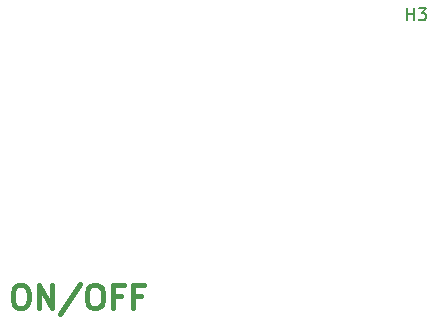
<source format=gbr>
%TF.GenerationSoftware,KiCad,Pcbnew,7.0.10*%
%TF.CreationDate,2024-04-29T09:43:26+01:00*%
%TF.ProjectId,right,72696768-742e-46b6-9963-61645f706362,rev?*%
%TF.SameCoordinates,Original*%
%TF.FileFunction,Legend,Top*%
%TF.FilePolarity,Positive*%
%FSLAX46Y46*%
G04 Gerber Fmt 4.6, Leading zero omitted, Abs format (unit mm)*
G04 Created by KiCad (PCBNEW 7.0.10) date 2024-04-29 09:43:26*
%MOMM*%
%LPD*%
G01*
G04 APERTURE LIST*
%ADD10C,0.400000*%
%ADD11C,0.150000*%
G04 APERTURE END LIST*
D10*
X138352380Y-69104438D02*
X138733333Y-69104438D01*
X138733333Y-69104438D02*
X138923809Y-69199676D01*
X138923809Y-69199676D02*
X139114285Y-69390152D01*
X139114285Y-69390152D02*
X139209523Y-69771104D01*
X139209523Y-69771104D02*
X139209523Y-70437771D01*
X139209523Y-70437771D02*
X139114285Y-70818723D01*
X139114285Y-70818723D02*
X138923809Y-71009200D01*
X138923809Y-71009200D02*
X138733333Y-71104438D01*
X138733333Y-71104438D02*
X138352380Y-71104438D01*
X138352380Y-71104438D02*
X138161904Y-71009200D01*
X138161904Y-71009200D02*
X137971428Y-70818723D01*
X137971428Y-70818723D02*
X137876190Y-70437771D01*
X137876190Y-70437771D02*
X137876190Y-69771104D01*
X137876190Y-69771104D02*
X137971428Y-69390152D01*
X137971428Y-69390152D02*
X138161904Y-69199676D01*
X138161904Y-69199676D02*
X138352380Y-69104438D01*
X140066666Y-71104438D02*
X140066666Y-69104438D01*
X140066666Y-69104438D02*
X141209523Y-71104438D01*
X141209523Y-71104438D02*
X141209523Y-69104438D01*
X143590475Y-69009200D02*
X141876190Y-71580628D01*
X144638094Y-69104438D02*
X145019047Y-69104438D01*
X145019047Y-69104438D02*
X145209523Y-69199676D01*
X145209523Y-69199676D02*
X145399999Y-69390152D01*
X145399999Y-69390152D02*
X145495237Y-69771104D01*
X145495237Y-69771104D02*
X145495237Y-70437771D01*
X145495237Y-70437771D02*
X145399999Y-70818723D01*
X145399999Y-70818723D02*
X145209523Y-71009200D01*
X145209523Y-71009200D02*
X145019047Y-71104438D01*
X145019047Y-71104438D02*
X144638094Y-71104438D01*
X144638094Y-71104438D02*
X144447618Y-71009200D01*
X144447618Y-71009200D02*
X144257142Y-70818723D01*
X144257142Y-70818723D02*
X144161904Y-70437771D01*
X144161904Y-70437771D02*
X144161904Y-69771104D01*
X144161904Y-69771104D02*
X144257142Y-69390152D01*
X144257142Y-69390152D02*
X144447618Y-69199676D01*
X144447618Y-69199676D02*
X144638094Y-69104438D01*
X147019047Y-70056819D02*
X146352380Y-70056819D01*
X146352380Y-71104438D02*
X146352380Y-69104438D01*
X146352380Y-69104438D02*
X147304761Y-69104438D01*
X148733333Y-70056819D02*
X148066666Y-70056819D01*
X148066666Y-71104438D02*
X148066666Y-69104438D01*
X148066666Y-69104438D02*
X149019047Y-69104438D01*
D11*
X171288095Y-46704819D02*
X171288095Y-45704819D01*
X171288095Y-46181009D02*
X171859523Y-46181009D01*
X171859523Y-46704819D02*
X171859523Y-45704819D01*
X172240476Y-45704819D02*
X172859523Y-45704819D01*
X172859523Y-45704819D02*
X172526190Y-46085771D01*
X172526190Y-46085771D02*
X172669047Y-46085771D01*
X172669047Y-46085771D02*
X172764285Y-46133390D01*
X172764285Y-46133390D02*
X172811904Y-46181009D01*
X172811904Y-46181009D02*
X172859523Y-46276247D01*
X172859523Y-46276247D02*
X172859523Y-46514342D01*
X172859523Y-46514342D02*
X172811904Y-46609580D01*
X172811904Y-46609580D02*
X172764285Y-46657200D01*
X172764285Y-46657200D02*
X172669047Y-46704819D01*
X172669047Y-46704819D02*
X172383333Y-46704819D01*
X172383333Y-46704819D02*
X172288095Y-46657200D01*
X172288095Y-46657200D02*
X172240476Y-46609580D01*
M02*

</source>
